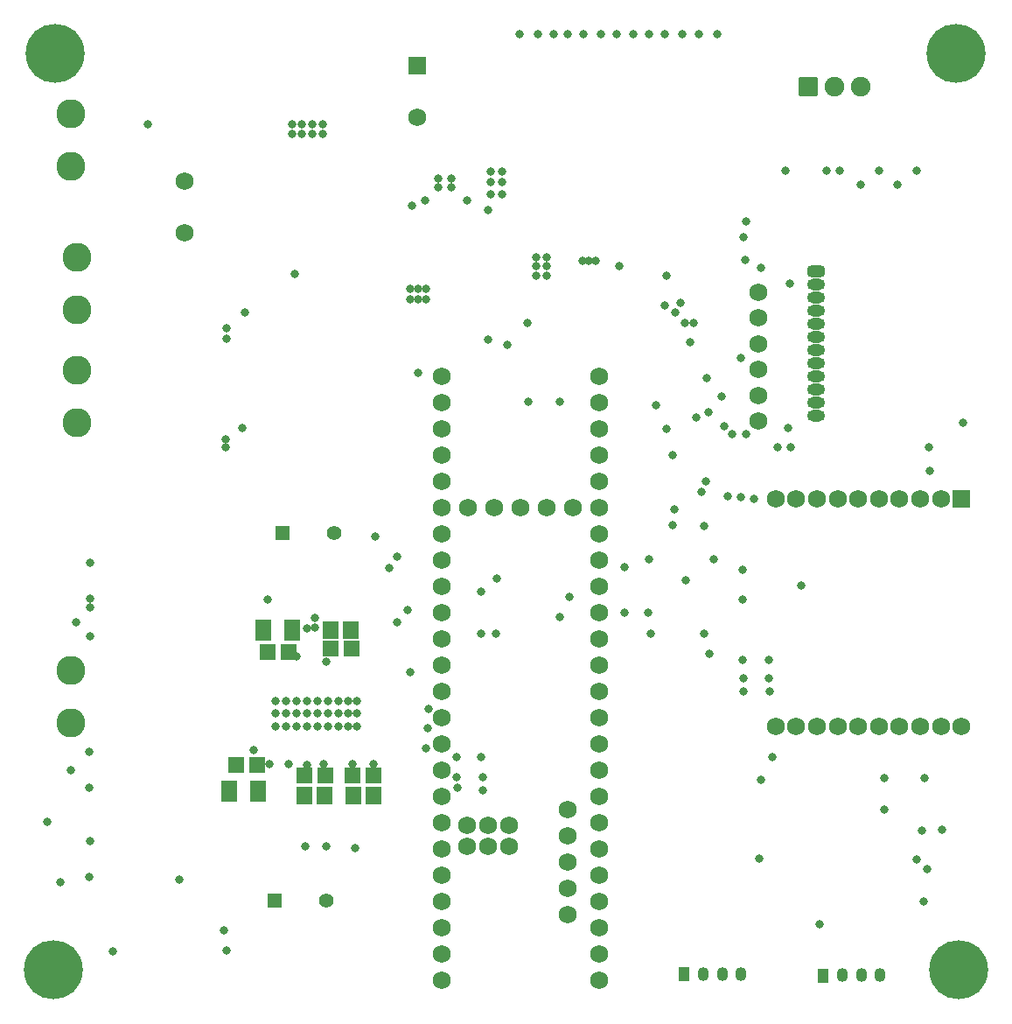
<source format=gbs>
G04 Layer_Color=8150272*
%FSLAX25Y25*%
%MOIN*%
G70*
G01*
G75*
%ADD114R,0.05918X0.06706*%
%ADD115R,0.06312X0.06312*%
%ADD156C,0.07532*%
G04:AMPARAMS|DCode=157|XSize=75.32mil|YSize=75.32mil|CornerRadius=5.68mil|HoleSize=0mil|Usage=FLASHONLY|Rotation=0.000|XOffset=0mil|YOffset=0mil|HoleType=Round|Shape=RoundedRectangle|*
%AMROUNDEDRECTD157*
21,1,0.07532,0.06396,0,0,0.0*
21,1,0.06396,0.07532,0,0,0.0*
1,1,0.01137,0.03198,-0.03198*
1,1,0.01137,-0.03198,-0.03198*
1,1,0.01137,-0.03198,0.03198*
1,1,0.01137,0.03198,0.03198*
%
%ADD157ROUNDEDRECTD157*%
%ADD158C,0.06800*%
%ADD159R,0.06800X0.06800*%
%ADD160C,0.05524*%
%ADD161R,0.05524X0.05524*%
%ADD162C,0.11036*%
%ADD163R,0.04300X0.05300*%
%ADD164O,0.04300X0.05300*%
%ADD165O,0.06800X0.04343*%
G04:AMPARAMS|DCode=166|XSize=68mil|YSize=43.43mil|CornerRadius=12.86mil|HoleSize=0mil|Usage=FLASHONLY|Rotation=0.000|XOffset=0mil|YOffset=0mil|HoleType=Round|Shape=RoundedRectangle|*
%AMROUNDEDRECTD166*
21,1,0.06800,0.01772,0,0,0.0*
21,1,0.04228,0.04343,0,0,0.0*
1,1,0.02572,0.02114,-0.00886*
1,1,0.02572,-0.02114,-0.00886*
1,1,0.02572,-0.02114,0.00886*
1,1,0.02572,0.02114,0.00886*
%
%ADD166ROUNDEDRECTD166*%
%ADD167C,0.03162*%
%ADD168C,0.22453*%
%ADD169R,0.05918X0.07887*%
D114*
X225839Y261500D02*
D03*
X218161D02*
D03*
X226661Y198500D02*
D03*
X234339D02*
D03*
X215839D02*
D03*
X208161D02*
D03*
D115*
X225937Y254500D02*
D03*
X218063D02*
D03*
X189937Y210000D02*
D03*
X182063D02*
D03*
X201937Y253000D02*
D03*
X194063D02*
D03*
X226563Y206000D02*
D03*
X234437D02*
D03*
X215937D02*
D03*
X208063D02*
D03*
D156*
X420000Y468500D02*
D03*
X410000D02*
D03*
D157*
X400000D02*
D03*
D158*
X395508Y224886D02*
D03*
X458500D02*
D03*
X450626D02*
D03*
X442752D02*
D03*
X434878D02*
D03*
X427004D02*
D03*
X419130D02*
D03*
X411256D02*
D03*
X403382D02*
D03*
X387634D02*
D03*
Y311500D02*
D03*
X395508D02*
D03*
X403382D02*
D03*
X411256D02*
D03*
X419130D02*
D03*
X427004D02*
D03*
X434878D02*
D03*
X442752D02*
D03*
X450626D02*
D03*
X381000Y341000D02*
D03*
Y350842D02*
D03*
Y360685D02*
D03*
Y370528D02*
D03*
Y380370D02*
D03*
Y390213D02*
D03*
X251000Y456658D02*
D03*
X162500Y432342D02*
D03*
Y412657D02*
D03*
X308492Y193000D02*
D03*
Y183000D02*
D03*
Y153000D02*
D03*
Y163000D02*
D03*
Y173000D02*
D03*
X270500Y308000D02*
D03*
X280500D02*
D03*
X290500D02*
D03*
X300500D02*
D03*
X310500D02*
D03*
X260500Y128000D02*
D03*
Y138000D02*
D03*
Y148000D02*
D03*
Y268000D02*
D03*
X320500D02*
D03*
Y128000D02*
D03*
X260500Y278000D02*
D03*
Y288000D02*
D03*
Y298000D02*
D03*
Y308000D02*
D03*
Y318000D02*
D03*
Y328000D02*
D03*
Y338000D02*
D03*
Y348000D02*
D03*
Y358000D02*
D03*
X320500D02*
D03*
Y348000D02*
D03*
Y338000D02*
D03*
Y328000D02*
D03*
Y318000D02*
D03*
Y308000D02*
D03*
Y298000D02*
D03*
Y288000D02*
D03*
Y278000D02*
D03*
X260500Y158000D02*
D03*
Y168000D02*
D03*
Y178000D02*
D03*
Y188000D02*
D03*
Y198000D02*
D03*
Y208000D02*
D03*
Y218000D02*
D03*
Y228000D02*
D03*
Y238000D02*
D03*
Y248000D02*
D03*
Y258000D02*
D03*
X320500D02*
D03*
Y248000D02*
D03*
Y238000D02*
D03*
Y228000D02*
D03*
Y218000D02*
D03*
Y208000D02*
D03*
Y198000D02*
D03*
Y188000D02*
D03*
Y178000D02*
D03*
Y168000D02*
D03*
Y158000D02*
D03*
Y148000D02*
D03*
Y138000D02*
D03*
X278000Y187000D02*
D03*
X286000D02*
D03*
X270000Y179000D02*
D03*
X278000D02*
D03*
X286000D02*
D03*
X270000Y187000D02*
D03*
D159*
X458500Y311500D02*
D03*
X251000Y476342D02*
D03*
D160*
X219513Y298419D02*
D03*
X216342Y158500D02*
D03*
D161*
X199828Y298419D02*
D03*
X196658Y158500D02*
D03*
D162*
X119000Y226000D02*
D03*
Y246000D02*
D03*
Y438000D02*
D03*
Y458000D02*
D03*
X121500Y403500D02*
D03*
Y383500D02*
D03*
Y360500D02*
D03*
Y340500D02*
D03*
D163*
X352900Y130400D02*
D03*
X405900Y129900D02*
D03*
D164*
X360100Y130500D02*
D03*
X367300D02*
D03*
X374500D02*
D03*
X413100Y130000D02*
D03*
X420300D02*
D03*
X427500D02*
D03*
D165*
X403000Y343000D02*
D03*
Y348000D02*
D03*
Y353000D02*
D03*
Y358000D02*
D03*
Y363000D02*
D03*
Y368000D02*
D03*
Y378000D02*
D03*
Y373000D02*
D03*
Y383000D02*
D03*
Y388000D02*
D03*
Y393000D02*
D03*
D166*
Y398000D02*
D03*
D167*
X365500Y488500D02*
D03*
X441500Y436500D02*
D03*
X434000Y431000D02*
D03*
X427000Y436500D02*
D03*
X420000Y431000D02*
D03*
X407000Y436500D02*
D03*
X412000D02*
D03*
X391500D02*
D03*
X404500Y149500D02*
D03*
X386500Y213000D02*
D03*
X382000Y204500D02*
D03*
X204500Y397000D02*
D03*
X254500Y387500D02*
D03*
X251500D02*
D03*
X248500D02*
D03*
X254500Y391500D02*
D03*
X251500D02*
D03*
X248500D02*
D03*
X254000Y425000D02*
D03*
X249000Y423000D02*
D03*
X270000Y425000D02*
D03*
X278000Y421500D02*
D03*
X215000Y450500D02*
D03*
X211000D02*
D03*
X207000D02*
D03*
X203500D02*
D03*
X215000Y454000D02*
D03*
X211000D02*
D03*
X207000D02*
D03*
X203500D02*
D03*
X290000Y488500D02*
D03*
X358500D02*
D03*
X352000D02*
D03*
X345500D02*
D03*
X339500D02*
D03*
X333500D02*
D03*
X327000D02*
D03*
X321000D02*
D03*
X314500D02*
D03*
X308500D02*
D03*
X303000D02*
D03*
X297000D02*
D03*
X251500Y359500D02*
D03*
X309000Y274000D02*
D03*
X305500Y266500D02*
D03*
Y348500D02*
D03*
X126000Y215000D02*
D03*
X119000Y208000D02*
D03*
X126000Y201500D02*
D03*
X178000Y331000D02*
D03*
Y334000D02*
D03*
X339500Y288500D02*
D03*
X340000Y260000D02*
D03*
X330000Y268000D02*
D03*
Y285500D02*
D03*
X360500Y260000D02*
D03*
X362500Y252500D02*
D03*
X296500Y396500D02*
D03*
X300500D02*
D03*
X296500Y400000D02*
D03*
X300500D02*
D03*
Y403500D02*
D03*
X296500D02*
D03*
X361500Y357500D02*
D03*
X367000Y350500D02*
D03*
X348500Y328000D02*
D03*
X361000Y318000D02*
D03*
X148500Y454000D02*
D03*
X243500Y264500D02*
D03*
Y289500D02*
D03*
X359500Y314000D02*
D03*
X374500Y365000D02*
D03*
X375000Y250000D02*
D03*
X385000D02*
D03*
X369500Y312500D02*
D03*
X393500Y331000D02*
D03*
X374500Y312000D02*
D03*
X385000Y243000D02*
D03*
X375500D02*
D03*
X379500Y311500D02*
D03*
X385500Y238000D02*
D03*
X375500D02*
D03*
X388500Y331000D02*
D03*
X276000Y200500D02*
D03*
X240500Y285000D02*
D03*
X247500Y269000D02*
D03*
X215500Y210500D02*
D03*
X266500Y201500D02*
D03*
X255500Y231500D02*
D03*
X248500Y245500D02*
D03*
X254500Y216500D02*
D03*
X255000Y224000D02*
D03*
X110000Y188500D02*
D03*
X194000Y273000D02*
D03*
X429000Y193000D02*
D03*
X381500Y174500D02*
D03*
X459000Y340500D02*
D03*
X178500Y372500D02*
D03*
Y376500D02*
D03*
X349000Y307500D02*
D03*
X348500Y301500D02*
D03*
X281500Y281000D02*
D03*
X275500Y276000D02*
D03*
X281000Y260000D02*
D03*
X275500D02*
D03*
X276000Y205500D02*
D03*
X275500Y213000D02*
D03*
X266000Y205500D02*
D03*
Y213000D02*
D03*
X353500Y280500D02*
D03*
X364000Y288500D02*
D03*
X319000Y402000D02*
D03*
X316500D02*
D03*
X314000D02*
D03*
X234500Y210500D02*
D03*
X226500D02*
D03*
X209000Y210000D02*
D03*
X202000Y210500D02*
D03*
X188607Y215919D02*
D03*
X194882Y210500D02*
D03*
X205000Y251500D02*
D03*
X205170Y234419D02*
D03*
X209170D02*
D03*
X213170D02*
D03*
X217170D02*
D03*
X221170D02*
D03*
X224670D02*
D03*
X197170Y229919D02*
D03*
X217170D02*
D03*
X213170D02*
D03*
X197170Y234419D02*
D03*
X205170Y229919D02*
D03*
X201170D02*
D03*
X209170D02*
D03*
X221170D02*
D03*
X224670D02*
D03*
X201170Y234419D02*
D03*
X228170Y229919D02*
D03*
X221170Y224919D02*
D03*
X213170D02*
D03*
X224670D02*
D03*
X228170D02*
D03*
X217170D02*
D03*
X228170Y234419D02*
D03*
X209170Y224919D02*
D03*
X205170D02*
D03*
X197170D02*
D03*
X201170D02*
D03*
X355000Y371000D02*
D03*
X345500Y385000D02*
D03*
X349500Y382500D02*
D03*
X351500Y386000D02*
D03*
X216500Y249500D02*
D03*
X441500Y174000D02*
D03*
X443500Y185000D02*
D03*
X445500Y170500D02*
D03*
X444500Y205000D02*
D03*
X451000Y185500D02*
D03*
X444000Y158000D02*
D03*
X126500Y181000D02*
D03*
X264000Y430000D02*
D03*
X259000D02*
D03*
Y433500D02*
D03*
X264000D02*
D03*
X429000Y205000D02*
D03*
X360500Y301000D02*
D03*
X339000Y268000D02*
D03*
X375000Y273000D02*
D03*
X397500Y278500D02*
D03*
X216500Y179000D02*
D03*
X208500D02*
D03*
X212000Y262500D02*
D03*
X209000Y262000D02*
D03*
X212000Y266000D02*
D03*
X178500Y139500D02*
D03*
X177555Y147000D02*
D03*
X160500Y166500D02*
D03*
X115000Y165500D02*
D03*
X126000Y167500D02*
D03*
X126500Y273500D02*
D03*
Y287000D02*
D03*
Y259000D02*
D03*
Y270000D02*
D03*
X121000Y264500D02*
D03*
X235000Y297000D02*
D03*
X375000Y284500D02*
D03*
X446500Y322000D02*
D03*
X446000Y331000D02*
D03*
X393000Y393500D02*
D03*
X293000Y378500D02*
D03*
X285500Y370000D02*
D03*
X278000Y372000D02*
D03*
X283500Y436000D02*
D03*
X279000D02*
D03*
X283500Y432000D02*
D03*
X279000D02*
D03*
Y427500D02*
D03*
X283500D02*
D03*
X227500Y178500D02*
D03*
X356500Y378500D02*
D03*
X353000D02*
D03*
X184500Y338500D02*
D03*
X185500Y382500D02*
D03*
X135000Y139000D02*
D03*
X346000Y338000D02*
D03*
X357500Y342500D02*
D03*
X371000Y336216D02*
D03*
X368000Y339000D02*
D03*
X376500Y336000D02*
D03*
X362000Y344500D02*
D03*
X346000Y396500D02*
D03*
X376000Y402500D02*
D03*
X328000Y400000D02*
D03*
X293500Y348500D02*
D03*
X375500Y411000D02*
D03*
X392500Y338500D02*
D03*
X382000Y399500D02*
D03*
X376500Y417000D02*
D03*
X342000Y347000D02*
D03*
D168*
X112500Y132000D02*
D03*
X113000Y481000D02*
D03*
X457500Y132000D02*
D03*
X456500Y481000D02*
D03*
D169*
X179488Y200249D02*
D03*
X190512D02*
D03*
X192488Y261500D02*
D03*
X203512D02*
D03*
M02*

</source>
